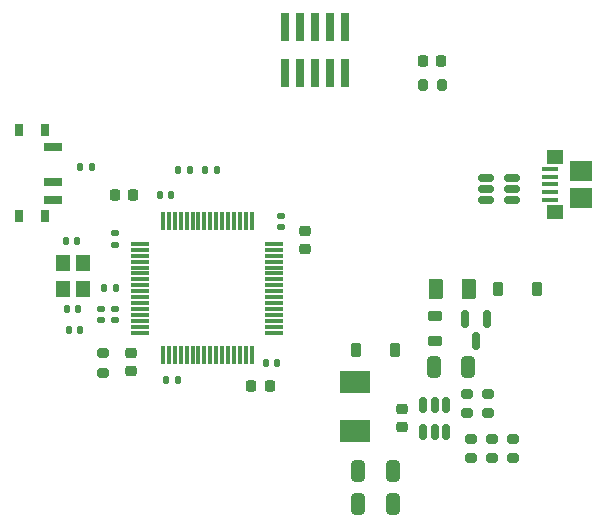
<source format=gbr>
%TF.GenerationSoftware,KiCad,Pcbnew,7.0.2*%
%TF.CreationDate,2023-05-29T20:24:48+05:30*%
%TF.ProjectId,STM_32_Board,53544d5f-3332-45f4-926f-6172642e6b69,rev?*%
%TF.SameCoordinates,Original*%
%TF.FileFunction,Paste,Top*%
%TF.FilePolarity,Positive*%
%FSLAX46Y46*%
G04 Gerber Fmt 4.6, Leading zero omitted, Abs format (unit mm)*
G04 Created by KiCad (PCBNEW 7.0.2) date 2023-05-29 20:24:48*
%MOMM*%
%LPD*%
G01*
G04 APERTURE LIST*
G04 Aperture macros list*
%AMRoundRect*
0 Rectangle with rounded corners*
0 $1 Rounding radius*
0 $2 $3 $4 $5 $6 $7 $8 $9 X,Y pos of 4 corners*
0 Add a 4 corners polygon primitive as box body*
4,1,4,$2,$3,$4,$5,$6,$7,$8,$9,$2,$3,0*
0 Add four circle primitives for the rounded corners*
1,1,$1+$1,$2,$3*
1,1,$1+$1,$4,$5*
1,1,$1+$1,$6,$7*
1,1,$1+$1,$8,$9*
0 Add four rect primitives between the rounded corners*
20,1,$1+$1,$2,$3,$4,$5,0*
20,1,$1+$1,$4,$5,$6,$7,0*
20,1,$1+$1,$6,$7,$8,$9,0*
20,1,$1+$1,$8,$9,$2,$3,0*%
G04 Aperture macros list end*
%ADD10RoundRect,0.140000X-0.140000X-0.170000X0.140000X-0.170000X0.140000X0.170000X-0.140000X0.170000X0*%
%ADD11RoundRect,0.150000X0.150000X-0.512500X0.150000X0.512500X-0.150000X0.512500X-0.150000X-0.512500X0*%
%ADD12RoundRect,0.250000X0.375000X0.625000X-0.375000X0.625000X-0.375000X-0.625000X0.375000X-0.625000X0*%
%ADD13RoundRect,0.147500X-0.147500X-0.172500X0.147500X-0.172500X0.147500X0.172500X-0.147500X0.172500X0*%
%ADD14R,0.740000X2.400000*%
%ADD15RoundRect,0.135000X-0.135000X-0.185000X0.135000X-0.185000X0.135000X0.185000X-0.135000X0.185000X0*%
%ADD16R,0.800000X1.000000*%
%ADD17R,1.500000X0.700000*%
%ADD18RoundRect,0.218750X0.218750X0.256250X-0.218750X0.256250X-0.218750X-0.256250X0.218750X-0.256250X0*%
%ADD19RoundRect,0.250000X-0.325000X-0.650000X0.325000X-0.650000X0.325000X0.650000X-0.325000X0.650000X0*%
%ADD20RoundRect,0.225000X-0.225000X-0.250000X0.225000X-0.250000X0.225000X0.250000X-0.225000X0.250000X0*%
%ADD21RoundRect,0.200000X0.275000X-0.200000X0.275000X0.200000X-0.275000X0.200000X-0.275000X-0.200000X0*%
%ADD22RoundRect,0.140000X0.170000X-0.140000X0.170000X0.140000X-0.170000X0.140000X-0.170000X-0.140000X0*%
%ADD23R,2.500000X1.900000*%
%ADD24RoundRect,0.140000X0.140000X0.170000X-0.140000X0.170000X-0.140000X-0.170000X0.140000X-0.170000X0*%
%ADD25RoundRect,0.200000X-0.275000X0.200000X-0.275000X-0.200000X0.275000X-0.200000X0.275000X0.200000X0*%
%ADD26RoundRect,0.150000X-0.150000X0.587500X-0.150000X-0.587500X0.150000X-0.587500X0.150000X0.587500X0*%
%ADD27RoundRect,0.225000X0.250000X-0.225000X0.250000X0.225000X-0.250000X0.225000X-0.250000X-0.225000X0*%
%ADD28RoundRect,0.075000X-0.700000X-0.075000X0.700000X-0.075000X0.700000X0.075000X-0.700000X0.075000X0*%
%ADD29RoundRect,0.075000X-0.075000X-0.700000X0.075000X-0.700000X0.075000X0.700000X-0.075000X0.700000X0*%
%ADD30RoundRect,0.135000X0.135000X0.185000X-0.135000X0.185000X-0.135000X-0.185000X0.135000X-0.185000X0*%
%ADD31R,1.200000X1.400000*%
%ADD32RoundRect,0.200000X0.200000X0.275000X-0.200000X0.275000X-0.200000X-0.275000X0.200000X-0.275000X0*%
%ADD33RoundRect,0.218750X-0.381250X0.218750X-0.381250X-0.218750X0.381250X-0.218750X0.381250X0.218750X0*%
%ADD34RoundRect,0.150000X0.512500X0.150000X-0.512500X0.150000X-0.512500X-0.150000X0.512500X-0.150000X0*%
%ADD35RoundRect,0.218750X0.256250X-0.218750X0.256250X0.218750X-0.256250X0.218750X-0.256250X-0.218750X0*%
%ADD36RoundRect,0.250000X0.325000X0.650000X-0.325000X0.650000X-0.325000X-0.650000X0.325000X-0.650000X0*%
%ADD37RoundRect,0.225000X0.225000X0.375000X-0.225000X0.375000X-0.225000X-0.375000X0.225000X-0.375000X0*%
%ADD38RoundRect,0.225000X-0.225000X-0.375000X0.225000X-0.375000X0.225000X0.375000X-0.225000X0.375000X0*%
%ADD39R,1.400000X0.400000*%
%ADD40R,1.450000X1.150000*%
%ADD41R,1.900000X1.750000*%
%ADD42RoundRect,0.225000X0.225000X0.250000X-0.225000X0.250000X-0.225000X-0.250000X0.225000X-0.250000X0*%
G04 APERTURE END LIST*
D10*
%TO.C,C11*%
X189756800Y-75295000D03*
X190716800Y-75295000D03*
%TD*%
D11*
%TO.C,U2*%
X220036800Y-91432500D03*
X220986800Y-91432500D03*
X221936800Y-91432500D03*
X221936800Y-89157500D03*
X220986800Y-89157500D03*
X220036800Y-89157500D03*
%TD*%
D12*
%TO.C,F1*%
X223886800Y-79382500D03*
X221086800Y-79382500D03*
%TD*%
D13*
%TO.C,L1*%
X190001800Y-82795000D03*
X190971800Y-82795000D03*
%TD*%
D14*
%TO.C,J2*%
X213396800Y-57145000D03*
X213396800Y-61045000D03*
X212126800Y-57145000D03*
X212126800Y-61045000D03*
X210856800Y-57145000D03*
X210856800Y-61045000D03*
X209586800Y-57145000D03*
X209586800Y-61045000D03*
X208316800Y-57145000D03*
X208316800Y-61045000D03*
%TD*%
D15*
%TO.C,R2*%
X192976800Y-79295000D03*
X193996800Y-79295000D03*
%TD*%
D16*
%TO.C,SW1*%
X188016800Y-65895000D03*
X185806800Y-65895000D03*
X188016800Y-73195000D03*
X185806800Y-73195000D03*
D17*
X188666800Y-67295000D03*
X188666800Y-70295000D03*
X188666800Y-71795000D03*
%TD*%
D18*
%TO.C,D4*%
X221561800Y-60045000D03*
X219986800Y-60045000D03*
%TD*%
D19*
%TO.C,C16*%
X214511800Y-97545000D03*
X217461800Y-97545000D03*
%TD*%
D20*
%TO.C,C2*%
X205461800Y-87545000D03*
X207011800Y-87545000D03*
%TD*%
D21*
%TO.C,R5*%
X225486800Y-89870000D03*
X225486800Y-88220000D03*
%TD*%
D22*
%TO.C,C7*%
X207936800Y-74100000D03*
X207936800Y-73140000D03*
%TD*%
D23*
%TO.C,L2*%
X214236800Y-87245000D03*
X214236800Y-91345000D03*
%TD*%
D22*
%TO.C,C9*%
X192736800Y-82005000D03*
X192736800Y-81045000D03*
%TD*%
D24*
%TO.C,C5*%
X199216800Y-87045000D03*
X198256800Y-87045000D03*
%TD*%
D25*
%TO.C,R4*%
X223736800Y-88220000D03*
X223736800Y-89870000D03*
%TD*%
D19*
%TO.C,C13*%
X220886800Y-85982500D03*
X223836800Y-85982500D03*
%TD*%
D26*
%TO.C,Q1*%
X225436800Y-81857500D03*
X223536800Y-81857500D03*
X224486800Y-83732500D03*
%TD*%
D15*
%TO.C,R9*%
X201526800Y-69295000D03*
X202546800Y-69295000D03*
%TD*%
D27*
%TO.C,C1*%
X209966800Y-75965000D03*
X209966800Y-74415000D03*
%TD*%
D28*
%TO.C,U1*%
X196061800Y-75545000D03*
X196061800Y-76045000D03*
X196061800Y-76545000D03*
X196061800Y-77045000D03*
X196061800Y-77545000D03*
X196061800Y-78045000D03*
X196061800Y-78545000D03*
X196061800Y-79045000D03*
X196061800Y-79545000D03*
X196061800Y-80045000D03*
X196061800Y-80545000D03*
X196061800Y-81045000D03*
X196061800Y-81545000D03*
X196061800Y-82045000D03*
X196061800Y-82545000D03*
X196061800Y-83045000D03*
D29*
X197986800Y-84970000D03*
X198486800Y-84970000D03*
X198986800Y-84970000D03*
X199486800Y-84970000D03*
X199986800Y-84970000D03*
X200486800Y-84970000D03*
X200986800Y-84970000D03*
X201486800Y-84970000D03*
X201986800Y-84970000D03*
X202486800Y-84970000D03*
X202986800Y-84970000D03*
X203486800Y-84970000D03*
X203986800Y-84970000D03*
X204486800Y-84970000D03*
X204986800Y-84970000D03*
X205486800Y-84970000D03*
D28*
X207411800Y-83045000D03*
X207411800Y-82545000D03*
X207411800Y-82045000D03*
X207411800Y-81545000D03*
X207411800Y-81045000D03*
X207411800Y-80545000D03*
X207411800Y-80045000D03*
X207411800Y-79545000D03*
X207411800Y-79045000D03*
X207411800Y-78545000D03*
X207411800Y-78045000D03*
X207411800Y-77545000D03*
X207411800Y-77045000D03*
X207411800Y-76545000D03*
X207411800Y-76045000D03*
X207411800Y-75545000D03*
D29*
X205486800Y-73620000D03*
X204986800Y-73620000D03*
X204486800Y-73620000D03*
X203986800Y-73620000D03*
X203486800Y-73620000D03*
X202986800Y-73620000D03*
X202486800Y-73620000D03*
X201986800Y-73620000D03*
X201486800Y-73620000D03*
X200986800Y-73620000D03*
X200486800Y-73620000D03*
X199986800Y-73620000D03*
X199486800Y-73620000D03*
X198986800Y-73620000D03*
X198486800Y-73620000D03*
X197986800Y-73620000D03*
%TD*%
D21*
%TO.C,R8*%
X227586800Y-93707500D03*
X227586800Y-92057500D03*
%TD*%
D22*
%TO.C,C4*%
X193936800Y-75600000D03*
X193936800Y-74640000D03*
%TD*%
D30*
%TO.C,R10*%
X200246800Y-69295000D03*
X199226800Y-69295000D03*
%TD*%
D31*
%TO.C,Y1*%
X189536800Y-77195000D03*
X189536800Y-79395000D03*
X191236800Y-79395000D03*
X191236800Y-77195000D03*
%TD*%
D10*
%TO.C,C6*%
X206686800Y-85620000D03*
X207646800Y-85620000D03*
%TD*%
D32*
%TO.C,R11*%
X221611800Y-62070000D03*
X219961800Y-62070000D03*
%TD*%
D22*
%TO.C,C10*%
X193936800Y-82005000D03*
X193936800Y-81045000D03*
%TD*%
D33*
%TO.C,FB1*%
X220986800Y-81670000D03*
X220986800Y-83795000D03*
%TD*%
D21*
%TO.C,R6*%
X224086800Y-93707500D03*
X224086800Y-92057500D03*
%TD*%
D34*
%TO.C,U3*%
X227574300Y-71845000D03*
X227574300Y-70895000D03*
X227574300Y-69945000D03*
X225299300Y-69945000D03*
X225299300Y-70895000D03*
X225299300Y-71845000D03*
%TD*%
D35*
%TO.C,D1*%
X195236800Y-86332500D03*
X195236800Y-84757500D03*
%TD*%
D27*
%TO.C,C14*%
X218236800Y-91070000D03*
X218236800Y-89520000D03*
%TD*%
D25*
%TO.C,R7*%
X225836800Y-92057500D03*
X225836800Y-93707500D03*
%TD*%
D15*
%TO.C,R1*%
X191996800Y-69045000D03*
X190976800Y-69045000D03*
%TD*%
D25*
%TO.C,R3*%
X192936800Y-84795000D03*
X192936800Y-86445000D03*
%TD*%
D10*
%TO.C,C8*%
X197706800Y-71370000D03*
X198666800Y-71370000D03*
%TD*%
D36*
%TO.C,C15*%
X217461800Y-94795000D03*
X214511800Y-94795000D03*
%TD*%
D24*
%TO.C,C12*%
X190796800Y-81045000D03*
X189836800Y-81045000D03*
%TD*%
D37*
%TO.C,D3*%
X229636800Y-79382500D03*
X226336800Y-79382500D03*
%TD*%
D38*
%TO.C,D2*%
X214336800Y-84545000D03*
X217636800Y-84545000D03*
%TD*%
D39*
%TO.C,J5*%
X230711800Y-71795000D03*
X230711800Y-71145000D03*
X230711800Y-70495000D03*
X230711800Y-69845000D03*
X230711800Y-69195000D03*
D40*
X231131800Y-72815000D03*
D41*
X233361800Y-71620000D03*
X233361800Y-69370000D03*
D40*
X231131800Y-68175000D03*
%TD*%
D42*
%TO.C,C3*%
X195461800Y-71370000D03*
X193911800Y-71370000D03*
%TD*%
M02*

</source>
